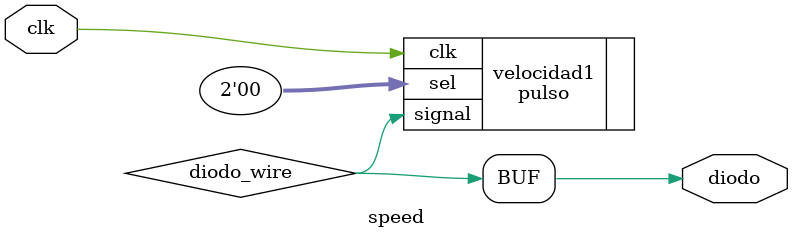
<source format=v>
`include "Pruebas_motor/pulso.v"

module speed(clk,diodo);
    input clk;
    output reg diodo;
    wire diodo_wire;

    pulso velocidad1(
        .clk(clk),
        .sel(2'd0),
        .signal(diodo_wire)
    );
    always @(*)begin
        diodo <= diodo_wire;
    end    
endmodule
</source>
